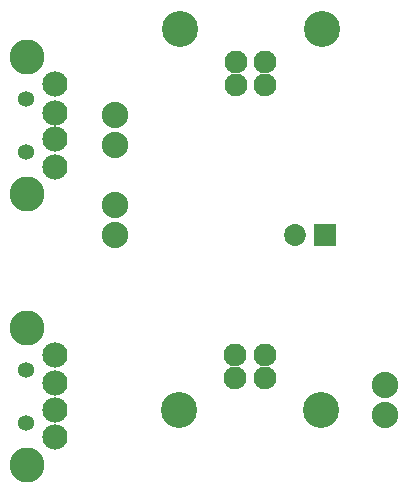
<source format=gbs>
G04 MADE WITH FRITZING*
G04 WWW.FRITZING.ORG*
G04 DOUBLE SIDED*
G04 HOLES PLATED*
G04 CONTOUR ON CENTER OF CONTOUR VECTOR*
%ASAXBY*%
%FSLAX23Y23*%
%MOIN*%
%OFA0B0*%
%SFA1.0B1.0*%
%ADD10C,0.076000*%
%ADD11C,0.120000*%
%ADD12C,0.088000*%
%ADD13C,0.072992*%
%ADD14C,0.084000*%
%ADD15C,0.116614*%
%ADD16C,0.053307*%
%ADD17R,0.072992X0.072992*%
%LNMASK0*%
G90*
G70*
G54D10*
X1240Y1451D03*
X1142Y1451D03*
X1142Y1529D03*
X1240Y1529D03*
G54D11*
X1428Y1636D03*
X954Y1636D03*
G54D10*
X1240Y1451D03*
X1142Y1451D03*
X1142Y1529D03*
X1240Y1529D03*
G54D11*
X1428Y1636D03*
X954Y1636D03*
G54D10*
X1240Y1451D03*
X1142Y1451D03*
X1142Y1529D03*
X1240Y1529D03*
G54D11*
X1428Y1636D03*
X954Y1636D03*
G54D10*
X1140Y551D03*
X1239Y551D03*
X1239Y473D03*
X1140Y473D03*
G54D11*
X952Y366D03*
X1426Y366D03*
G54D10*
X1140Y551D03*
X1239Y551D03*
X1239Y473D03*
X1140Y473D03*
G54D11*
X952Y366D03*
X1426Y366D03*
G54D10*
X1140Y551D03*
X1239Y551D03*
X1239Y473D03*
X1140Y473D03*
G54D11*
X952Y366D03*
X1426Y366D03*
G54D12*
X740Y1351D03*
X740Y1251D03*
X1640Y351D03*
X1640Y451D03*
X740Y1051D03*
X740Y951D03*
G54D13*
X1439Y951D03*
X1340Y951D03*
G54D14*
X540Y276D03*
X540Y369D03*
X540Y458D03*
X540Y551D03*
G54D15*
X446Y642D03*
X446Y185D03*
G54D16*
X442Y325D03*
X442Y502D03*
G54D14*
X540Y276D03*
X540Y369D03*
X540Y458D03*
X540Y551D03*
G54D15*
X446Y642D03*
X446Y185D03*
G54D16*
X442Y325D03*
X442Y502D03*
G54D14*
X540Y276D03*
X540Y369D03*
X540Y458D03*
X540Y551D03*
G54D15*
X446Y642D03*
X446Y185D03*
G54D16*
X442Y325D03*
X442Y502D03*
G54D14*
X540Y1177D03*
X540Y1270D03*
X540Y1359D03*
X540Y1453D03*
G54D15*
X446Y1543D03*
X446Y1086D03*
G54D16*
X442Y1226D03*
X442Y1403D03*
G54D14*
X540Y1177D03*
X540Y1270D03*
X540Y1359D03*
X540Y1453D03*
G54D15*
X446Y1543D03*
X446Y1086D03*
G54D16*
X442Y1226D03*
X442Y1403D03*
G54D14*
X540Y1177D03*
X540Y1270D03*
X540Y1359D03*
X540Y1453D03*
G54D15*
X446Y1543D03*
X446Y1086D03*
G54D16*
X442Y1226D03*
X442Y1403D03*
G54D17*
X1439Y951D03*
G04 End of Mask0*
M02*
</source>
